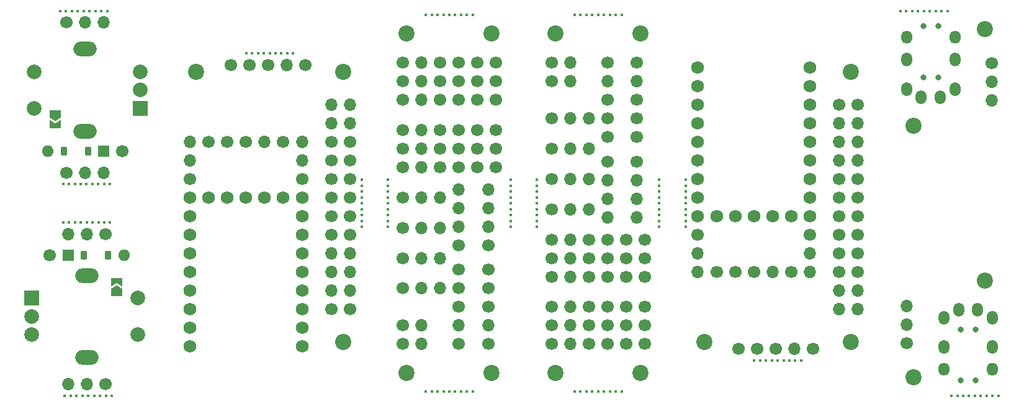
<source format=gbr>
%TF.GenerationSoftware,KiCad,Pcbnew,7.0.5*%
%TF.CreationDate,2024-01-24T21:19:46+08:00*%
%TF.ProjectId,main,6d61696e-2e6b-4696-9361-645f70636258,rev?*%
%TF.SameCoordinates,Original*%
%TF.FileFunction,Soldermask,Bot*%
%TF.FilePolarity,Negative*%
%FSLAX46Y46*%
G04 Gerber Fmt 4.6, Leading zero omitted, Abs format (unit mm)*
G04 Created by KiCad (PCBNEW 7.0.5) date 2024-01-24 21:19:46*
%MOMM*%
%LPD*%
G01*
G04 APERTURE LIST*
G04 Aperture macros list*
%AMRoundRect*
0 Rectangle with rounded corners*
0 $1 Rounding radius*
0 $2 $3 $4 $5 $6 $7 $8 $9 X,Y pos of 4 corners*
0 Add a 4 corners polygon primitive as box body*
4,1,4,$2,$3,$4,$5,$6,$7,$8,$9,$2,$3,0*
0 Add four circle primitives for the rounded corners*
1,1,$1+$1,$2,$3*
1,1,$1+$1,$4,$5*
1,1,$1+$1,$6,$7*
1,1,$1+$1,$8,$9*
0 Add four rect primitives between the rounded corners*
20,1,$1+$1,$2,$3,$4,$5,0*
20,1,$1+$1,$4,$5,$6,$7,0*
20,1,$1+$1,$6,$7,$8,$9,0*
20,1,$1+$1,$8,$9,$2,$3,0*%
%AMFreePoly0*
4,1,6,1.000000,0.000000,0.500000,-0.750000,-0.500000,-0.750000,-0.500000,0.750000,0.500000,0.750000,1.000000,0.000000,1.000000,0.000000,$1*%
%AMFreePoly1*
4,1,6,0.500000,-0.750000,-0.650000,-0.750000,-0.150000,0.000000,-0.650000,0.750000,0.500000,0.750000,0.500000,-0.750000,0.500000,-0.750000,$1*%
G04 Aperture macros list end*
%ADD10C,2.200000*%
%ADD11C,1.700000*%
%ADD12O,1.700000X1.700000*%
%ADD13C,0.450000*%
%ADD14O,3.200000X2.000000*%
%ADD15R,2.000000X2.000000*%
%ADD16C,2.000000*%
%ADD17C,0.800000*%
%ADD18O,1.500000X1.900000*%
%ADD19O,1.500000X1.800000*%
%ADD20C,1.752600*%
%ADD21R,1.600000X1.600000*%
%ADD22RoundRect,0.225000X0.225000X0.375000X-0.225000X0.375000X-0.225000X-0.375000X0.225000X-0.375000X0*%
%ADD23O,1.600000X1.600000*%
%ADD24FreePoly0,90.000000*%
%ADD25FreePoly1,90.000000*%
%ADD26RoundRect,0.225000X-0.225000X-0.375000X0.225000X-0.375000X0.225000X0.375000X-0.225000X0.375000X0*%
%ADD27FreePoly0,270.000000*%
%ADD28FreePoly1,270.000000*%
G04 APERTURE END LIST*
D10*
%TO.C,H3*%
X201660000Y-90654850D03*
%TD*%
D11*
%TO.C,J18*%
X196080000Y-76024850D03*
D12*
X196080000Y-78564850D03*
X196080000Y-81104850D03*
%TD*%
D11*
%TO.C,J13*%
X140500000Y-79204850D03*
D12*
X143040000Y-79204850D03*
X145580000Y-79204850D03*
%TD*%
D11*
%TO.C,J23*%
X202590000Y-81104850D03*
D12*
X202590000Y-83644850D03*
X202590000Y-86184850D03*
%TD*%
D13*
%TO.C,H23*%
X158810000Y-74919850D03*
X158810000Y-74119850D03*
X158810000Y-73319850D03*
X158810000Y-72519850D03*
X158810000Y-71719850D03*
X158810000Y-70919850D03*
X158810000Y-70119850D03*
X158810000Y-69319850D03*
X158810000Y-68519850D03*
%TD*%
D14*
%TO.C,RE1*%
X97181000Y-61849000D03*
X97181000Y-50649000D03*
D15*
X104681000Y-58749000D03*
D16*
X104681000Y-53749000D03*
X104681000Y-56249000D03*
X90181000Y-53749000D03*
X90181000Y-58749000D03*
%TD*%
D11*
%TO.C,J19*%
X152160000Y-77444850D03*
D12*
X152160000Y-74904850D03*
X152160000Y-72364850D03*
X152160000Y-69824850D03*
%TD*%
D11*
%TO.C,J16*%
X140510000Y-52484850D03*
D12*
X143050000Y-52484850D03*
D11*
X145590000Y-52484850D03*
X148130000Y-52484850D03*
X150670000Y-52484850D03*
X153210000Y-52484850D03*
%TD*%
%TO.C,J26*%
X99932000Y-75921000D03*
D12*
X97392000Y-75921000D03*
X94852000Y-75921000D03*
%TD*%
D11*
%TO.C,J21*%
X148120000Y-77444850D03*
D12*
X148120000Y-74904850D03*
X148120000Y-72364850D03*
X148120000Y-69824850D03*
%TD*%
D17*
%TO.C,T1*%
X211538000Y-47485000D03*
X211538000Y-54485000D03*
X213538000Y-47485000D03*
X213538000Y-54485000D03*
D18*
X209238000Y-56085000D03*
X215838000Y-56085000D03*
D19*
X209238000Y-49037000D03*
X215838000Y-49037000D03*
D18*
X209238000Y-52085000D03*
X215838000Y-52085000D03*
X211238000Y-57185000D03*
X213838000Y-57185000D03*
%TD*%
D11*
%TO.C,J9*%
X140510000Y-57564850D03*
D12*
X143050000Y-57564850D03*
D11*
X145590000Y-57564850D03*
X148130000Y-57564850D03*
X150670000Y-57564850D03*
X153210000Y-57564850D03*
%TD*%
%TO.C,J4*%
X202590000Y-58244850D03*
D12*
X202590000Y-60784850D03*
X202590000Y-63324850D03*
X202590000Y-65864850D03*
D11*
X202590000Y-68404850D03*
X202590000Y-70944850D03*
X202590000Y-73484850D03*
X202590000Y-76024850D03*
X202590000Y-78564850D03*
%TD*%
%TO.C,J24*%
X180730000Y-76024850D03*
D12*
X180730000Y-78564850D03*
X180730000Y-81104850D03*
%TD*%
D11*
%TO.C,J6*%
X196510000Y-91584850D03*
D12*
X193970000Y-91584850D03*
D11*
X191430000Y-91584850D03*
X188890000Y-91584850D03*
X186350000Y-91584850D03*
%TD*%
D10*
%TO.C,H7*%
X152659997Y-94924851D03*
%TD*%
D13*
%TO.C,H28*%
X94170000Y-69089000D03*
X94970000Y-69089000D03*
X95770000Y-69089000D03*
X96570000Y-69089000D03*
X97370000Y-69089000D03*
X98170000Y-69089000D03*
X98970000Y-69089000D03*
X99770000Y-69089000D03*
X100570000Y-69089000D03*
%TD*%
D10*
%TO.C,H33*%
X219966000Y-82282000D03*
%TD*%
%TO.C,H2*%
X201660000Y-53774850D03*
%TD*%
D20*
%TO.C,U1*%
X180730000Y-53164850D03*
X180730000Y-55704850D03*
X180730000Y-58244850D03*
X180730000Y-60784850D03*
X180730000Y-63324850D03*
X180730000Y-65864850D03*
X180730000Y-68404850D03*
X180730000Y-70944850D03*
X180730000Y-73484850D03*
X196080000Y-53164850D03*
X196080000Y-55704850D03*
X196080000Y-58244850D03*
X196080000Y-60784850D03*
X196080000Y-63324850D03*
X196080000Y-65864850D03*
X196080000Y-68404850D03*
X196080000Y-70944850D03*
X196080000Y-73484850D03*
X193485000Y-73484850D03*
X190945000Y-73484850D03*
X188405000Y-73484850D03*
X185865000Y-73484850D03*
X183325000Y-73484850D03*
%TD*%
D11*
%TO.C,J1*%
X140500000Y-90954850D03*
D12*
X143040000Y-90954850D03*
%TD*%
D10*
%TO.C,H32*%
X219966000Y-47935000D03*
%TD*%
D13*
%TO.C,H15*%
X150060000Y-97474850D03*
X149260000Y-97474850D03*
X148460000Y-97474850D03*
X147660000Y-97474850D03*
X146860000Y-97474850D03*
X146060000Y-97474850D03*
X145260000Y-97474850D03*
X144460000Y-97474850D03*
X143660000Y-97474850D03*
%TD*%
D10*
%TO.C,H33*%
X210210000Y-61158000D03*
%TD*%
D11*
%TO.C,J20*%
X200050000Y-81104850D03*
D12*
X200050000Y-83644850D03*
X200050000Y-86184850D03*
%TD*%
D11*
%TO.C,J14*%
X152160000Y-90954850D03*
D12*
X152160000Y-88414850D03*
D11*
X152160000Y-85874850D03*
X152160000Y-83334850D03*
X152160000Y-80794850D03*
%TD*%
%TO.C,J25*%
X209280000Y-90832000D03*
D12*
X209280000Y-88292000D03*
X209280000Y-85752000D03*
%TD*%
D11*
%TO.C,J12*%
X140510000Y-64244850D03*
D12*
X143050000Y-64244850D03*
D11*
X145590000Y-64244850D03*
X148130000Y-64244850D03*
X150670000Y-64244850D03*
X153210000Y-64244850D03*
%TD*%
D13*
%TO.C,H21*%
X155210000Y-74919850D03*
X155210000Y-74119850D03*
X155210000Y-73319850D03*
X155210000Y-72519850D03*
X155210000Y-71719850D03*
X155210000Y-70919850D03*
X155210000Y-70119850D03*
X155210000Y-69319850D03*
X155210000Y-68519850D03*
%TD*%
D11*
%TO.C,J28*%
X92322000Y-78841000D03*
%TD*%
D13*
%TO.C,H9*%
X188460000Y-93204850D03*
X189260000Y-93204850D03*
X190060000Y-93204850D03*
X190860000Y-93204850D03*
X191660000Y-93204850D03*
X192460000Y-93204850D03*
X193260000Y-93204850D03*
X194060000Y-93204850D03*
X194860000Y-93204850D03*
%TD*%
D11*
%TO.C,J8*%
X148130000Y-90954850D03*
D12*
X148130000Y-88414850D03*
D11*
X148130000Y-85874850D03*
X148130000Y-83334850D03*
X148130000Y-80794850D03*
%TD*%
%TO.C,J27*%
X94641000Y-47005000D03*
D12*
X97181000Y-47005000D03*
X99721000Y-47005000D03*
%TD*%
D11*
%TO.C,J2*%
X140500000Y-88414850D03*
D12*
X143040000Y-88414850D03*
%TD*%
D13*
%TO.C,H27*%
X221766000Y-98005000D03*
X220966000Y-98005000D03*
X220166000Y-98005000D03*
X219366000Y-98005000D03*
X218566000Y-98005000D03*
X217766000Y-98005000D03*
X216966000Y-98005000D03*
X216166000Y-98005000D03*
X215366000Y-98005000D03*
%TD*%
D11*
%TO.C,J27*%
X99932000Y-96435000D03*
D12*
X97392000Y-96435000D03*
X94852000Y-96435000D03*
%TD*%
D10*
%TO.C,H5*%
X141060000Y-48514850D03*
%TD*%
D13*
%TO.C,H13*%
X150060000Y-45964850D03*
X149260000Y-45964850D03*
X148460000Y-45964850D03*
X147660000Y-45964850D03*
X146860000Y-45964850D03*
X146060000Y-45964850D03*
X145260000Y-45964850D03*
X144460000Y-45964850D03*
X143660000Y-45964850D03*
%TD*%
D10*
%TO.C,H32*%
X210210000Y-95505000D03*
%TD*%
%TO.C,H1*%
X141059997Y-94924851D03*
%TD*%
D11*
%TO.C,J25*%
X220896000Y-52608000D03*
D12*
X220896000Y-55148000D03*
X220896000Y-57688000D03*
%TD*%
D11*
%TO.C,J11*%
X140510000Y-55024850D03*
D12*
X143050000Y-55024850D03*
D11*
X145590000Y-55024850D03*
X148130000Y-55024850D03*
X150670000Y-55024850D03*
X153210000Y-55024850D03*
%TD*%
%TO.C,J3*%
X140500000Y-70924850D03*
D12*
X143040000Y-70924850D03*
X145580000Y-70924850D03*
%TD*%
D13*
%TO.C,H11*%
X119160000Y-51224850D03*
X119960000Y-51224850D03*
X120760000Y-51224850D03*
X121560000Y-51224850D03*
X122360000Y-51224850D03*
X123160000Y-51224850D03*
X123960000Y-51224850D03*
X124760000Y-51224850D03*
X125560000Y-51224850D03*
%TD*%
%TO.C,H29*%
X100802000Y-98005000D03*
X100002000Y-98005000D03*
X99202000Y-98005000D03*
X98402000Y-98005000D03*
X97602000Y-98005000D03*
X96802000Y-98005000D03*
X96002000Y-98005000D03*
X95202000Y-98005000D03*
X94402000Y-98005000D03*
%TD*%
D11*
%TO.C,J7*%
X140500000Y-83334850D03*
D12*
X143040000Y-83334850D03*
X145580000Y-83334850D03*
%TD*%
D11*
%TO.C,J28*%
X102251000Y-64599000D03*
%TD*%
D13*
%TO.C,H27*%
X208410000Y-45435000D03*
X209210000Y-45435000D03*
X210010000Y-45435000D03*
X210810000Y-45435000D03*
X211610000Y-45435000D03*
X212410000Y-45435000D03*
X213210000Y-45435000D03*
X214010000Y-45435000D03*
X214810000Y-45435000D03*
%TD*%
%TO.C,H12*%
X170360000Y-97474850D03*
X169560000Y-97474850D03*
X168760000Y-97474850D03*
X167960000Y-97474850D03*
X167160000Y-97474850D03*
X166360000Y-97474850D03*
X165560000Y-97474850D03*
X164760000Y-97474850D03*
X163960000Y-97474850D03*
%TD*%
D11*
%TO.C,J26*%
X94641000Y-67519000D03*
D12*
X97181000Y-67519000D03*
X99721000Y-67519000D03*
%TD*%
D13*
%TO.C,H10*%
X175510000Y-74919850D03*
X175510000Y-74119850D03*
X175510000Y-73319850D03*
X175510000Y-72519850D03*
X175510000Y-71719850D03*
X175510000Y-70919850D03*
X175510000Y-70119850D03*
X175510000Y-69319850D03*
X175510000Y-68519850D03*
%TD*%
D10*
%TO.C,H4*%
X181660000Y-90654850D03*
%TD*%
D11*
%TO.C,J5*%
X200050000Y-58244850D03*
D12*
X200050000Y-60784850D03*
X200050000Y-63324850D03*
X200050000Y-65864850D03*
D11*
X200050000Y-68404850D03*
X200050000Y-70944850D03*
X200050000Y-73484850D03*
X200050000Y-76024850D03*
X200050000Y-78564850D03*
%TD*%
%TO.C,J10*%
X140510000Y-66784850D03*
D12*
X143050000Y-66784850D03*
D11*
X145590000Y-66784850D03*
X148130000Y-66784850D03*
X150670000Y-66784850D03*
X153210000Y-66784850D03*
%TD*%
%TO.C,J22*%
X124185236Y-63324850D03*
D12*
X121645236Y-63324850D03*
D11*
X119105236Y-63324850D03*
X116565236Y-63324850D03*
X114025236Y-63324850D03*
%TD*%
%TO.C,J15*%
X140500000Y-75064850D03*
D12*
X143040000Y-75064850D03*
X145580000Y-75064850D03*
%TD*%
D17*
%TO.C,T1*%
X218638000Y-95955000D03*
X218638000Y-88955000D03*
X216638000Y-95955000D03*
X216638000Y-88955000D03*
D18*
X220938000Y-87355000D03*
X214338000Y-87355000D03*
D19*
X220938000Y-94403000D03*
X214338000Y-94403000D03*
D18*
X220938000Y-91355000D03*
X214338000Y-91355000D03*
X218938000Y-86255000D03*
X216338000Y-86255000D03*
%TD*%
D13*
%TO.C,H14*%
X170360000Y-45964850D03*
X169560000Y-45964850D03*
X168760000Y-45964850D03*
X167960000Y-45964850D03*
X167160000Y-45964850D03*
X166360000Y-45964850D03*
X165560000Y-45964850D03*
X164760000Y-45964850D03*
X163960000Y-45964850D03*
%TD*%
%TO.C,H8*%
X138510000Y-74919850D03*
X138510000Y-74119850D03*
X138510000Y-73319850D03*
X138510000Y-72519850D03*
X138510000Y-71719850D03*
X138510000Y-70919850D03*
X138510000Y-70119850D03*
X138510000Y-69319850D03*
X138510000Y-68519850D03*
%TD*%
D14*
%TO.C,RE1*%
X97392000Y-81591000D03*
X97392000Y-92791000D03*
D15*
X89892000Y-84691000D03*
D16*
X89892000Y-89691000D03*
X89892000Y-87191000D03*
X104392000Y-89691000D03*
X104392000Y-84691000D03*
%TD*%
D13*
%TO.C,H28*%
X100592000Y-74351000D03*
X99792000Y-74351000D03*
X98992000Y-74351000D03*
X98192000Y-74351000D03*
X97392000Y-74351000D03*
X96592000Y-74351000D03*
X95792000Y-74351000D03*
X94992000Y-74351000D03*
X94192000Y-74351000D03*
%TD*%
%TO.C,H29*%
X93771000Y-45435000D03*
X94571000Y-45435000D03*
X95371000Y-45435000D03*
X96171000Y-45435000D03*
X96971000Y-45435000D03*
X97771000Y-45435000D03*
X98571000Y-45435000D03*
X99371000Y-45435000D03*
X100171000Y-45435000D03*
%TD*%
D10*
%TO.C,H6*%
X152660000Y-48514850D03*
%TD*%
D11*
%TO.C,J17*%
X140510000Y-61704850D03*
D12*
X143050000Y-61704850D03*
D11*
X145590000Y-61704850D03*
X148130000Y-61704850D03*
X150670000Y-61704850D03*
X153210000Y-61704850D03*
%TD*%
D13*
%TO.C,H20*%
X134910000Y-74919850D03*
X134910000Y-74119850D03*
X134910000Y-73319850D03*
X134910000Y-72519850D03*
X134910000Y-71719850D03*
X134910000Y-70919850D03*
X134910000Y-70119850D03*
X134910000Y-69319850D03*
X134910000Y-68519850D03*
%TD*%
%TO.C,H22*%
X179110000Y-74919850D03*
X179110000Y-74119850D03*
X179110000Y-73319850D03*
X179110000Y-72519850D03*
X179110000Y-71719850D03*
X179110000Y-70919850D03*
X179110000Y-70119850D03*
X179110000Y-69319850D03*
X179110000Y-68519850D03*
%TD*%
D11*
%TO.C,J8*%
X168430299Y-52484553D03*
D12*
X168430299Y-55024553D03*
D11*
X168430299Y-57564553D03*
X168430299Y-60104553D03*
X168430299Y-62644553D03*
%TD*%
D20*
%TO.C,U1*%
X111430236Y-91264850D03*
X111430236Y-88724850D03*
X111430236Y-86184850D03*
X111430236Y-83644850D03*
X111430236Y-81104850D03*
X111430236Y-78564850D03*
X111430236Y-76024850D03*
X111430236Y-73484850D03*
X111430236Y-70944850D03*
X126780236Y-91264850D03*
X126780236Y-88724850D03*
X126780236Y-86184850D03*
X126780236Y-83644850D03*
X126780236Y-81104850D03*
X126780236Y-78564850D03*
X126780236Y-76024850D03*
X126780236Y-73484850D03*
X126780236Y-70944850D03*
X124185236Y-70944850D03*
X121645236Y-70944850D03*
X119105236Y-70944850D03*
X116565236Y-70944850D03*
X114025236Y-70944850D03*
%TD*%
D10*
%TO.C,H4*%
X112360236Y-53774850D03*
%TD*%
D11*
%TO.C,J17*%
X160810299Y-81734553D03*
D12*
X163350299Y-81734553D03*
D11*
X165890299Y-81734553D03*
X168430299Y-81734553D03*
X170970299Y-81734553D03*
X173510299Y-81734553D03*
%TD*%
D21*
%TO.C,D1*%
X99711000Y-64599000D03*
D22*
X97561000Y-64599000D03*
X94261000Y-64599000D03*
D23*
X92111000Y-64599000D03*
%TD*%
D11*
%TO.C,J2*%
X160800299Y-55024553D03*
D12*
X163340299Y-55024553D03*
%TD*%
D10*
%TO.C,H5*%
X161360299Y-94924553D03*
%TD*%
D11*
%TO.C,J4*%
X133290236Y-86184850D03*
D12*
X133290236Y-83644850D03*
X133290236Y-81104850D03*
X133290236Y-78564850D03*
D11*
X133290236Y-76024850D03*
X133290236Y-73484850D03*
X133290236Y-70944850D03*
X133290236Y-68404850D03*
X133290236Y-65864850D03*
%TD*%
%TO.C,J14*%
X172460299Y-52484553D03*
D12*
X172460299Y-55024553D03*
D11*
X172460299Y-57564553D03*
X172460299Y-60104553D03*
X172460299Y-62644553D03*
%TD*%
%TO.C,J7*%
X160800299Y-60104553D03*
D12*
X163340299Y-60104553D03*
X165880299Y-60104553D03*
%TD*%
D11*
%TO.C,J11*%
X160810299Y-88414553D03*
D12*
X163350299Y-88414553D03*
D11*
X165890299Y-88414553D03*
X168430299Y-88414553D03*
X170970299Y-88414553D03*
X173510299Y-88414553D03*
%TD*%
%TO.C,J18*%
X126780236Y-68404850D03*
D12*
X126780236Y-65864850D03*
X126780236Y-63324850D03*
%TD*%
D10*
%TO.C,H6*%
X172960299Y-94924553D03*
%TD*%
D11*
%TO.C,J24*%
X111430236Y-68404850D03*
D12*
X111430236Y-65864850D03*
X111430236Y-63324850D03*
%TD*%
D24*
%TO.C,JP1*%
X101492000Y-83916000D03*
D25*
X101492000Y-82466000D03*
%TD*%
D11*
%TO.C,J1*%
X160800299Y-52484553D03*
D12*
X163340299Y-52484553D03*
%TD*%
D10*
%TO.C,H7*%
X172960296Y-48514552D03*
%TD*%
%TO.C,H3*%
X132360236Y-53774850D03*
%TD*%
%TO.C,H1*%
X161360296Y-48514552D03*
%TD*%
%TO.C,H2*%
X132360236Y-90654850D03*
%TD*%
D11*
%TO.C,J3*%
X160800299Y-72514553D03*
D12*
X163340299Y-72514553D03*
X165880299Y-72514553D03*
%TD*%
D11*
%TO.C,J10*%
X160810299Y-76654553D03*
D12*
X163350299Y-76654553D03*
D11*
X165890299Y-76654553D03*
X168430299Y-76654553D03*
X170970299Y-76654553D03*
X173510299Y-76654553D03*
%TD*%
%TO.C,J13*%
X160800299Y-64234553D03*
D12*
X163340299Y-64234553D03*
X165880299Y-64234553D03*
%TD*%
D11*
%TO.C,J19*%
X172460299Y-65994553D03*
D12*
X172460299Y-68534553D03*
X172460299Y-71074553D03*
X172460299Y-73614553D03*
%TD*%
D11*
%TO.C,J21*%
X168420299Y-65994553D03*
D12*
X168420299Y-68534553D03*
X168420299Y-71074553D03*
X168420299Y-73614553D03*
%TD*%
D11*
%TO.C,J9*%
X160810299Y-85874553D03*
D12*
X163350299Y-85874553D03*
D11*
X165890299Y-85874553D03*
X168430299Y-85874553D03*
X170970299Y-85874553D03*
X173510299Y-85874553D03*
%TD*%
%TO.C,J5*%
X130750236Y-86184850D03*
D12*
X130750236Y-83644850D03*
X130750236Y-81104850D03*
X130750236Y-78564850D03*
D11*
X130750236Y-76024850D03*
X130750236Y-73484850D03*
X130750236Y-70944850D03*
X130750236Y-68404850D03*
X130750236Y-65864850D03*
%TD*%
%TO.C,J22*%
X193485000Y-81104850D03*
D12*
X190945000Y-81104850D03*
D11*
X188405000Y-81104850D03*
X185865000Y-81104850D03*
X183325000Y-81104850D03*
%TD*%
D21*
%TO.C,D1*%
X94862000Y-78841000D03*
D26*
X97012000Y-78841000D03*
X100312000Y-78841000D03*
D23*
X102462000Y-78841000D03*
%TD*%
D27*
%TO.C,JP1*%
X93081000Y-59524000D03*
D28*
X93081000Y-60974000D03*
%TD*%
D11*
%TO.C,J6*%
X127210236Y-52844850D03*
D12*
X124670236Y-52844850D03*
D11*
X122130236Y-52844850D03*
X119590236Y-52844850D03*
X117050236Y-52844850D03*
%TD*%
%TO.C,J15*%
X160800299Y-68374553D03*
D12*
X163340299Y-68374553D03*
X165880299Y-68374553D03*
%TD*%
D11*
%TO.C,J16*%
X160810299Y-90954553D03*
D12*
X163350299Y-90954553D03*
D11*
X165890299Y-90954553D03*
X168430299Y-90954553D03*
X170970299Y-90954553D03*
X173510299Y-90954553D03*
%TD*%
%TO.C,J12*%
X160810299Y-79194553D03*
D12*
X163350299Y-79194553D03*
D11*
X165890299Y-79194553D03*
X168430299Y-79194553D03*
X170970299Y-79194553D03*
X173510299Y-79194553D03*
%TD*%
%TO.C,J23*%
X133290236Y-63324850D03*
D12*
X133290236Y-60784850D03*
X133290236Y-58244850D03*
%TD*%
D11*
%TO.C,J20*%
X130750236Y-63324850D03*
D12*
X130750236Y-60784850D03*
X130750236Y-58244850D03*
%TD*%
M02*

</source>
